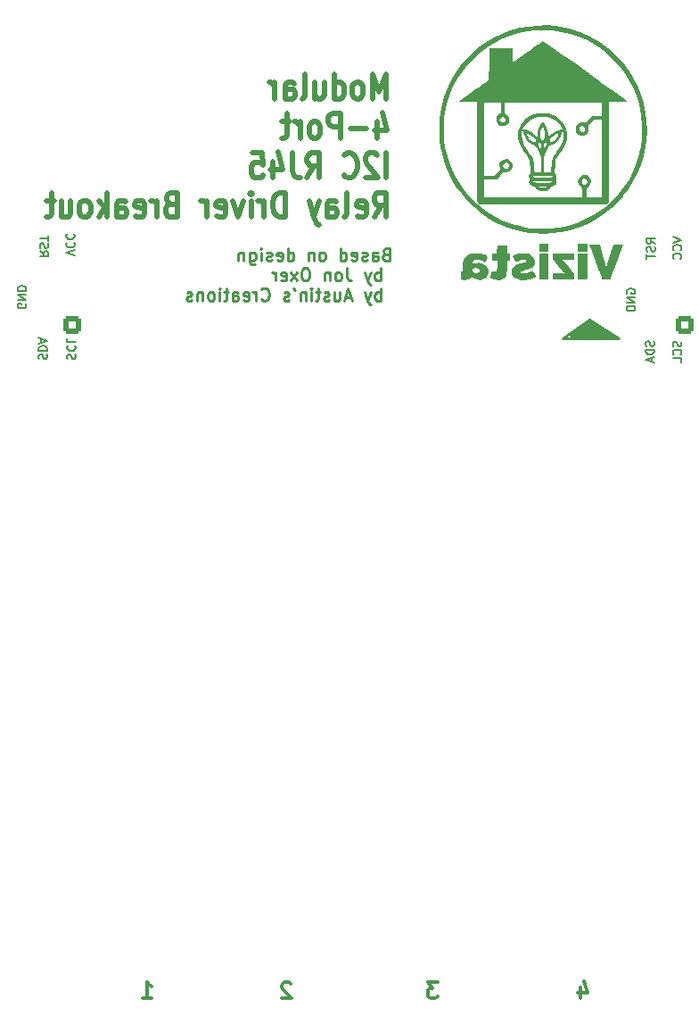
<source format=gbr>
%TF.GenerationSoftware,KiCad,Pcbnew,(6.0.9)*%
%TF.CreationDate,2024-01-30T00:57:56+05:30*%
%TF.ProjectId,Modular-I2C-4PxRJ45-Relay-Driver,4d6f6475-6c61-4722-9d49-32432d345078,2*%
%TF.SameCoordinates,Original*%
%TF.FileFunction,Legend,Bot*%
%TF.FilePolarity,Positive*%
%FSLAX46Y46*%
G04 Gerber Fmt 4.6, Leading zero omitted, Abs format (unit mm)*
G04 Created by KiCad (PCBNEW (6.0.9)) date 2024-01-30 00:57:56*
%MOMM*%
%LPD*%
G01*
G04 APERTURE LIST*
G04 Aperture macros list*
%AMRoundRect*
0 Rectangle with rounded corners*
0 $1 Rounding radius*
0 $2 $3 $4 $5 $6 $7 $8 $9 X,Y pos of 4 corners*
0 Add a 4 corners polygon primitive as box body*
4,1,4,$2,$3,$4,$5,$6,$7,$8,$9,$2,$3,0*
0 Add four circle primitives for the rounded corners*
1,1,$1+$1,$2,$3*
1,1,$1+$1,$4,$5*
1,1,$1+$1,$6,$7*
1,1,$1+$1,$8,$9*
0 Add four rect primitives between the rounded corners*
20,1,$1+$1,$2,$3,$4,$5,0*
20,1,$1+$1,$4,$5,$6,$7,0*
20,1,$1+$1,$6,$7,$8,$9,0*
20,1,$1+$1,$8,$9,$2,$3,0*%
G04 Aperture macros list end*
%ADD10C,0.254000*%
%ADD11C,0.406400*%
%ADD12C,0.300000*%
%ADD13C,0.241808*%
%ADD14C,0.200000*%
%ADD15C,0.476000*%
%ADD16RoundRect,0.250000X0.600000X0.600000X-0.600000X0.600000X-0.600000X-0.600000X0.600000X-0.600000X0*%
%ADD17C,1.700000*%
%ADD18C,3.000000*%
%ADD19C,3.250000*%
%ADD20C,1.500000*%
%ADD21C,2.600000*%
G04 APERTURE END LIST*
D10*
X153688351Y-36130800D02*
X150894351Y-34352800D01*
X153180351Y-35876800D02*
X152926351Y-35876800D01*
X149116351Y-35876800D02*
X150894351Y-34606800D01*
X148354351Y-36130800D02*
X153688351Y-36130800D01*
D11*
X150132351Y-35368800D02*
X151402351Y-35368800D01*
D10*
X150894351Y-34352800D02*
X148354351Y-36130800D01*
D11*
X151402351Y-35368800D02*
X150894351Y-35114800D01*
X152418351Y-35622800D02*
X150894351Y-34860800D01*
D10*
X150894351Y-34606800D02*
X152926351Y-35876800D01*
X152926351Y-35876800D02*
X149116351Y-35876800D01*
D11*
X150894351Y-34860800D02*
X150132351Y-35368800D01*
X149624351Y-35622800D02*
X152418351Y-35622800D01*
D12*
X150021285Y-97661571D02*
X150021285Y-98661571D01*
X150378428Y-97090142D02*
X150735571Y-98161571D01*
X149807000Y-98161571D01*
D13*
X131568200Y-28101870D02*
X131399544Y-28158088D01*
X131343326Y-28214307D01*
X131287107Y-28326744D01*
X131287107Y-28495400D01*
X131343326Y-28607838D01*
X131399544Y-28664056D01*
X131511982Y-28720275D01*
X131961731Y-28720275D01*
X131961731Y-27539683D01*
X131568200Y-27539683D01*
X131455763Y-27595902D01*
X131399544Y-27652120D01*
X131343326Y-27764558D01*
X131343326Y-27876995D01*
X131399544Y-27989432D01*
X131455763Y-28045651D01*
X131568200Y-28101870D01*
X131961731Y-28101870D01*
X130275171Y-28720275D02*
X130275171Y-28101870D01*
X130331390Y-27989432D01*
X130443827Y-27933214D01*
X130668702Y-27933214D01*
X130781139Y-27989432D01*
X130275171Y-28664056D02*
X130387608Y-28720275D01*
X130668702Y-28720275D01*
X130781139Y-28664056D01*
X130837358Y-28551619D01*
X130837358Y-28439182D01*
X130781139Y-28326744D01*
X130668702Y-28270526D01*
X130387608Y-28270526D01*
X130275171Y-28214307D01*
X129769203Y-28664056D02*
X129656766Y-28720275D01*
X129431891Y-28720275D01*
X129319454Y-28664056D01*
X129263235Y-28551619D01*
X129263235Y-28495400D01*
X129319454Y-28382963D01*
X129431891Y-28326744D01*
X129600547Y-28326744D01*
X129712984Y-28270526D01*
X129769203Y-28158088D01*
X129769203Y-28101870D01*
X129712984Y-27989432D01*
X129600547Y-27933214D01*
X129431891Y-27933214D01*
X129319454Y-27989432D01*
X128307518Y-28664056D02*
X128419955Y-28720275D01*
X128644830Y-28720275D01*
X128757267Y-28664056D01*
X128813486Y-28551619D01*
X128813486Y-28101870D01*
X128757267Y-27989432D01*
X128644830Y-27933214D01*
X128419955Y-27933214D01*
X128307518Y-27989432D01*
X128251299Y-28101870D01*
X128251299Y-28214307D01*
X128813486Y-28326744D01*
X127239363Y-28720275D02*
X127239363Y-27539683D01*
X127239363Y-28664056D02*
X127351800Y-28720275D01*
X127576675Y-28720275D01*
X127689112Y-28664056D01*
X127745331Y-28607838D01*
X127801550Y-28495400D01*
X127801550Y-28158088D01*
X127745331Y-28045651D01*
X127689112Y-27989432D01*
X127576675Y-27933214D01*
X127351800Y-27933214D01*
X127239363Y-27989432D01*
X125609022Y-28720275D02*
X125721459Y-28664056D01*
X125777678Y-28607838D01*
X125833896Y-28495400D01*
X125833896Y-28158088D01*
X125777678Y-28045651D01*
X125721459Y-27989432D01*
X125609022Y-27933214D01*
X125440366Y-27933214D01*
X125327928Y-27989432D01*
X125271710Y-28045651D01*
X125215491Y-28158088D01*
X125215491Y-28495400D01*
X125271710Y-28607838D01*
X125327928Y-28664056D01*
X125440366Y-28720275D01*
X125609022Y-28720275D01*
X124709523Y-27933214D02*
X124709523Y-28720275D01*
X124709523Y-28045651D02*
X124653304Y-27989432D01*
X124540867Y-27933214D01*
X124372211Y-27933214D01*
X124259774Y-27989432D01*
X124203555Y-28101870D01*
X124203555Y-28720275D01*
X122235902Y-28720275D02*
X122235902Y-27539683D01*
X122235902Y-28664056D02*
X122348339Y-28720275D01*
X122573214Y-28720275D01*
X122685651Y-28664056D01*
X122741870Y-28607838D01*
X122798088Y-28495400D01*
X122798088Y-28158088D01*
X122741870Y-28045651D01*
X122685651Y-27989432D01*
X122573214Y-27933214D01*
X122348339Y-27933214D01*
X122235902Y-27989432D01*
X121223966Y-28664056D02*
X121336403Y-28720275D01*
X121561278Y-28720275D01*
X121673715Y-28664056D01*
X121729934Y-28551619D01*
X121729934Y-28101870D01*
X121673715Y-27989432D01*
X121561278Y-27933214D01*
X121336403Y-27933214D01*
X121223966Y-27989432D01*
X121167747Y-28101870D01*
X121167747Y-28214307D01*
X121729934Y-28326744D01*
X120717998Y-28664056D02*
X120605560Y-28720275D01*
X120380686Y-28720275D01*
X120268248Y-28664056D01*
X120212030Y-28551619D01*
X120212030Y-28495400D01*
X120268248Y-28382963D01*
X120380686Y-28326744D01*
X120549342Y-28326744D01*
X120661779Y-28270526D01*
X120717998Y-28158088D01*
X120717998Y-28101870D01*
X120661779Y-27989432D01*
X120549342Y-27933214D01*
X120380686Y-27933214D01*
X120268248Y-27989432D01*
X119706062Y-28720275D02*
X119706062Y-27933214D01*
X119706062Y-27539683D02*
X119762280Y-27595902D01*
X119706062Y-27652120D01*
X119649843Y-27595902D01*
X119706062Y-27539683D01*
X119706062Y-27652120D01*
X118637907Y-27933214D02*
X118637907Y-28888931D01*
X118694126Y-29001368D01*
X118750344Y-29057587D01*
X118862782Y-29113806D01*
X119031438Y-29113806D01*
X119143875Y-29057587D01*
X118637907Y-28664056D02*
X118750344Y-28720275D01*
X118975219Y-28720275D01*
X119087656Y-28664056D01*
X119143875Y-28607838D01*
X119200094Y-28495400D01*
X119200094Y-28158088D01*
X119143875Y-28045651D01*
X119087656Y-27989432D01*
X118975219Y-27933214D01*
X118750344Y-27933214D01*
X118637907Y-27989432D01*
X118075720Y-27933214D02*
X118075720Y-28720275D01*
X118075720Y-28045651D02*
X118019502Y-27989432D01*
X117907064Y-27933214D01*
X117738408Y-27933214D01*
X117625971Y-27989432D01*
X117569752Y-28101870D01*
X117569752Y-28720275D01*
X131062232Y-30621028D02*
X131062232Y-29440436D01*
X131062232Y-29890185D02*
X130949795Y-29833967D01*
X130724920Y-29833967D01*
X130612483Y-29890185D01*
X130556264Y-29946404D01*
X130500046Y-30058841D01*
X130500046Y-30396153D01*
X130556264Y-30508591D01*
X130612483Y-30564809D01*
X130724920Y-30621028D01*
X130949795Y-30621028D01*
X131062232Y-30564809D01*
X130106515Y-29833967D02*
X129825422Y-30621028D01*
X129544328Y-29833967D02*
X129825422Y-30621028D01*
X129937859Y-30902121D01*
X129994078Y-30958340D01*
X130106515Y-31014559D01*
X127857768Y-29440436D02*
X127857768Y-30283716D01*
X127913987Y-30452372D01*
X128026424Y-30564809D01*
X128195080Y-30621028D01*
X128307518Y-30621028D01*
X127126926Y-30621028D02*
X127239363Y-30564809D01*
X127295582Y-30508591D01*
X127351800Y-30396153D01*
X127351800Y-30058841D01*
X127295582Y-29946404D01*
X127239363Y-29890185D01*
X127126926Y-29833967D01*
X126958270Y-29833967D01*
X126845832Y-29890185D01*
X126789614Y-29946404D01*
X126733395Y-30058841D01*
X126733395Y-30396153D01*
X126789614Y-30508591D01*
X126845832Y-30564809D01*
X126958270Y-30621028D01*
X127126926Y-30621028D01*
X126227427Y-29833967D02*
X126227427Y-30621028D01*
X126227427Y-29946404D02*
X126171208Y-29890185D01*
X126058771Y-29833967D01*
X125890115Y-29833967D01*
X125777678Y-29890185D01*
X125721459Y-30002623D01*
X125721459Y-30621028D01*
X124034899Y-29440436D02*
X123810024Y-29440436D01*
X123697587Y-29496655D01*
X123585150Y-29609092D01*
X123528931Y-29833967D01*
X123528931Y-30227497D01*
X123585150Y-30452372D01*
X123697587Y-30564809D01*
X123810024Y-30621028D01*
X124034899Y-30621028D01*
X124147336Y-30564809D01*
X124259774Y-30452372D01*
X124315992Y-30227497D01*
X124315992Y-29833967D01*
X124259774Y-29609092D01*
X124147336Y-29496655D01*
X124034899Y-29440436D01*
X123135400Y-30621028D02*
X122516995Y-29833967D01*
X123135400Y-29833967D02*
X122516995Y-30621028D01*
X121617496Y-30564809D02*
X121729934Y-30621028D01*
X121954808Y-30621028D01*
X122067246Y-30564809D01*
X122123464Y-30452372D01*
X122123464Y-30002623D01*
X122067246Y-29890185D01*
X121954808Y-29833967D01*
X121729934Y-29833967D01*
X121617496Y-29890185D01*
X121561278Y-30002623D01*
X121561278Y-30115060D01*
X122123464Y-30227497D01*
X121055310Y-30621028D02*
X121055310Y-29833967D01*
X121055310Y-30058841D02*
X120999091Y-29946404D01*
X120942872Y-29890185D01*
X120830435Y-29833967D01*
X120717998Y-29833967D01*
X131062232Y-32521781D02*
X131062232Y-31341189D01*
X131062232Y-31790938D02*
X130949795Y-31734720D01*
X130724920Y-31734720D01*
X130612483Y-31790938D01*
X130556264Y-31847157D01*
X130500046Y-31959594D01*
X130500046Y-32296906D01*
X130556264Y-32409344D01*
X130612483Y-32465562D01*
X130724920Y-32521781D01*
X130949795Y-32521781D01*
X131062232Y-32465562D01*
X130106515Y-31734720D02*
X129825422Y-32521781D01*
X129544328Y-31734720D02*
X129825422Y-32521781D01*
X129937859Y-32802874D01*
X129994078Y-32859093D01*
X130106515Y-32915312D01*
X128251299Y-32184469D02*
X127689112Y-32184469D01*
X128363736Y-32521781D02*
X127970206Y-31341189D01*
X127576675Y-32521781D01*
X126677176Y-31734720D02*
X126677176Y-32521781D01*
X127183144Y-31734720D02*
X127183144Y-32353125D01*
X127126926Y-32465562D01*
X127014488Y-32521781D01*
X126845832Y-32521781D01*
X126733395Y-32465562D01*
X126677176Y-32409344D01*
X126171208Y-32465562D02*
X126058771Y-32521781D01*
X125833896Y-32521781D01*
X125721459Y-32465562D01*
X125665240Y-32353125D01*
X125665240Y-32296906D01*
X125721459Y-32184469D01*
X125833896Y-32128250D01*
X126002552Y-32128250D01*
X126114990Y-32072032D01*
X126171208Y-31959594D01*
X126171208Y-31903376D01*
X126114990Y-31790938D01*
X126002552Y-31734720D01*
X125833896Y-31734720D01*
X125721459Y-31790938D01*
X125327928Y-31734720D02*
X124878179Y-31734720D01*
X125159272Y-31341189D02*
X125159272Y-32353125D01*
X125103054Y-32465562D01*
X124990616Y-32521781D01*
X124878179Y-32521781D01*
X124484648Y-32521781D02*
X124484648Y-31734720D01*
X124484648Y-31341189D02*
X124540867Y-31397408D01*
X124484648Y-31453626D01*
X124428430Y-31397408D01*
X124484648Y-31341189D01*
X124484648Y-31453626D01*
X123922462Y-31734720D02*
X123922462Y-32521781D01*
X123922462Y-31847157D02*
X123866243Y-31790938D01*
X123753806Y-31734720D01*
X123585150Y-31734720D01*
X123472712Y-31790938D01*
X123416494Y-31903376D01*
X123416494Y-32521781D01*
X122798088Y-31341189D02*
X122910526Y-31566064D01*
X122348339Y-32465562D02*
X122235902Y-32521781D01*
X122011027Y-32521781D01*
X121898590Y-32465562D01*
X121842371Y-32353125D01*
X121842371Y-32296906D01*
X121898590Y-32184469D01*
X122011027Y-32128250D01*
X122179683Y-32128250D01*
X122292120Y-32072032D01*
X122348339Y-31959594D01*
X122348339Y-31903376D01*
X122292120Y-31790938D01*
X122179683Y-31734720D01*
X122011027Y-31734720D01*
X121898590Y-31790938D01*
X119762280Y-32409344D02*
X119818499Y-32465562D01*
X119987155Y-32521781D01*
X120099592Y-32521781D01*
X120268248Y-32465562D01*
X120380686Y-32353125D01*
X120436904Y-32240688D01*
X120493123Y-32015813D01*
X120493123Y-31847157D01*
X120436904Y-31622282D01*
X120380686Y-31509845D01*
X120268248Y-31397408D01*
X120099592Y-31341189D01*
X119987155Y-31341189D01*
X119818499Y-31397408D01*
X119762280Y-31453626D01*
X119256312Y-32521781D02*
X119256312Y-31734720D01*
X119256312Y-31959594D02*
X119200094Y-31847157D01*
X119143875Y-31790938D01*
X119031438Y-31734720D01*
X118919000Y-31734720D01*
X118075720Y-32465562D02*
X118188158Y-32521781D01*
X118413032Y-32521781D01*
X118525470Y-32465562D01*
X118581688Y-32353125D01*
X118581688Y-31903376D01*
X118525470Y-31790938D01*
X118413032Y-31734720D01*
X118188158Y-31734720D01*
X118075720Y-31790938D01*
X118019502Y-31903376D01*
X118019502Y-32015813D01*
X118581688Y-32128250D01*
X117007566Y-32521781D02*
X117007566Y-31903376D01*
X117063784Y-31790938D01*
X117176222Y-31734720D01*
X117401096Y-31734720D01*
X117513534Y-31790938D01*
X117007566Y-32465562D02*
X117120003Y-32521781D01*
X117401096Y-32521781D01*
X117513534Y-32465562D01*
X117569752Y-32353125D01*
X117569752Y-32240688D01*
X117513534Y-32128250D01*
X117401096Y-32072032D01*
X117120003Y-32072032D01*
X117007566Y-32015813D01*
X116614035Y-31734720D02*
X116164286Y-31734720D01*
X116445379Y-31341189D02*
X116445379Y-32353125D01*
X116389160Y-32465562D01*
X116276723Y-32521781D01*
X116164286Y-32521781D01*
X115770755Y-32521781D02*
X115770755Y-31734720D01*
X115770755Y-31341189D02*
X115826974Y-31397408D01*
X115770755Y-31453626D01*
X115714536Y-31397408D01*
X115770755Y-31341189D01*
X115770755Y-31453626D01*
X115039912Y-32521781D02*
X115152350Y-32465562D01*
X115208568Y-32409344D01*
X115264787Y-32296906D01*
X115264787Y-31959594D01*
X115208568Y-31847157D01*
X115152350Y-31790938D01*
X115039912Y-31734720D01*
X114871256Y-31734720D01*
X114758819Y-31790938D01*
X114702600Y-31847157D01*
X114646382Y-31959594D01*
X114646382Y-32296906D01*
X114702600Y-32409344D01*
X114758819Y-32465562D01*
X114871256Y-32521781D01*
X115039912Y-32521781D01*
X114140414Y-31734720D02*
X114140414Y-32521781D01*
X114140414Y-31847157D02*
X114084195Y-31790938D01*
X113971758Y-31734720D01*
X113803102Y-31734720D01*
X113690664Y-31790938D01*
X113634446Y-31903376D01*
X113634446Y-32521781D01*
X113128478Y-32465562D02*
X113016040Y-32521781D01*
X112791166Y-32521781D01*
X112678728Y-32465562D01*
X112622510Y-32353125D01*
X112622510Y-32296906D01*
X112678728Y-32184469D01*
X112791166Y-32128250D01*
X112959822Y-32128250D01*
X113072259Y-32072032D01*
X113128478Y-31959594D01*
X113128478Y-31903376D01*
X113072259Y-31790938D01*
X112959822Y-31734720D01*
X112791166Y-31734720D01*
X112678728Y-31790938D01*
D14*
X102005095Y-28263666D02*
X101205095Y-27997000D01*
X102005095Y-27730333D01*
X101281285Y-27006523D02*
X101243190Y-27044619D01*
X101205095Y-27158904D01*
X101205095Y-27235095D01*
X101243190Y-27349380D01*
X101319380Y-27425571D01*
X101395571Y-27463666D01*
X101547952Y-27501761D01*
X101662238Y-27501761D01*
X101814619Y-27463666D01*
X101890809Y-27425571D01*
X101967000Y-27349380D01*
X102005095Y-27235095D01*
X102005095Y-27158904D01*
X101967000Y-27044619D01*
X101928904Y-27006523D01*
X101281285Y-26206523D02*
X101243190Y-26244619D01*
X101205095Y-26358904D01*
X101205095Y-26435095D01*
X101243190Y-26549380D01*
X101319380Y-26625571D01*
X101395571Y-26663666D01*
X101547952Y-26701761D01*
X101662238Y-26701761D01*
X101814619Y-26663666D01*
X101890809Y-26625571D01*
X101967000Y-26549380D01*
X102005095Y-26435095D01*
X102005095Y-26358904D01*
X101967000Y-26244619D01*
X101928904Y-26206523D01*
D15*
X131614409Y-13368413D02*
X131614409Y-11044413D01*
X130947742Y-12704413D01*
X130281076Y-11044413D01*
X130281076Y-13368413D01*
X129042980Y-13368413D02*
X129233457Y-13257746D01*
X129328695Y-13147080D01*
X129423933Y-12925746D01*
X129423933Y-12261746D01*
X129328695Y-12040413D01*
X129233457Y-11929746D01*
X129042980Y-11819080D01*
X128757266Y-11819080D01*
X128566790Y-11929746D01*
X128471552Y-12040413D01*
X128376314Y-12261746D01*
X128376314Y-12925746D01*
X128471552Y-13147080D01*
X128566790Y-13257746D01*
X128757266Y-13368413D01*
X129042980Y-13368413D01*
X126662028Y-13368413D02*
X126662028Y-11044413D01*
X126662028Y-13257746D02*
X126852504Y-13368413D01*
X127233457Y-13368413D01*
X127423933Y-13257746D01*
X127519171Y-13147080D01*
X127614409Y-12925746D01*
X127614409Y-12261746D01*
X127519171Y-12040413D01*
X127423933Y-11929746D01*
X127233457Y-11819080D01*
X126852504Y-11819080D01*
X126662028Y-11929746D01*
X124852504Y-11819080D02*
X124852504Y-13368413D01*
X125709647Y-11819080D02*
X125709647Y-13036413D01*
X125614409Y-13257746D01*
X125423933Y-13368413D01*
X125138219Y-13368413D01*
X124947742Y-13257746D01*
X124852504Y-13147080D01*
X123614409Y-13368413D02*
X123804885Y-13257746D01*
X123900123Y-13036413D01*
X123900123Y-11044413D01*
X121995361Y-13368413D02*
X121995361Y-12151080D01*
X122090600Y-11929746D01*
X122281076Y-11819080D01*
X122662028Y-11819080D01*
X122852504Y-11929746D01*
X121995361Y-13257746D02*
X122185838Y-13368413D01*
X122662028Y-13368413D01*
X122852504Y-13257746D01*
X122947742Y-13036413D01*
X122947742Y-12815080D01*
X122852504Y-12593746D01*
X122662028Y-12483080D01*
X122185838Y-12483080D01*
X121995361Y-12372413D01*
X121042980Y-13368413D02*
X121042980Y-11819080D01*
X121042980Y-12261746D02*
X120947742Y-12040413D01*
X120852504Y-11929746D01*
X120662028Y-11819080D01*
X120471552Y-11819080D01*
X130757266Y-15560720D02*
X130757266Y-17110053D01*
X131233457Y-14675386D02*
X131709647Y-16335386D01*
X130471552Y-16335386D01*
X129709647Y-16224720D02*
X128185838Y-16224720D01*
X127233457Y-17110053D02*
X127233457Y-14786053D01*
X126471552Y-14786053D01*
X126281076Y-14896720D01*
X126185838Y-15007386D01*
X126090600Y-15228720D01*
X126090600Y-15560720D01*
X126185838Y-15782053D01*
X126281076Y-15892720D01*
X126471552Y-16003386D01*
X127233457Y-16003386D01*
X124947742Y-17110053D02*
X125138219Y-16999386D01*
X125233457Y-16888720D01*
X125328695Y-16667386D01*
X125328695Y-16003386D01*
X125233457Y-15782053D01*
X125138219Y-15671386D01*
X124947742Y-15560720D01*
X124662028Y-15560720D01*
X124471552Y-15671386D01*
X124376314Y-15782053D01*
X124281076Y-16003386D01*
X124281076Y-16667386D01*
X124376314Y-16888720D01*
X124471552Y-16999386D01*
X124662028Y-17110053D01*
X124947742Y-17110053D01*
X123423933Y-17110053D02*
X123423933Y-15560720D01*
X123423933Y-16003386D02*
X123328695Y-15782053D01*
X123233457Y-15671386D01*
X123042980Y-15560720D01*
X122852504Y-15560720D01*
X122471552Y-15560720D02*
X121709647Y-15560720D01*
X122185838Y-14786053D02*
X122185838Y-16778053D01*
X122090600Y-16999386D01*
X121900123Y-17110053D01*
X121709647Y-17110053D01*
X131614409Y-20851693D02*
X131614409Y-18527693D01*
X130757266Y-18749026D02*
X130662028Y-18638360D01*
X130471552Y-18527693D01*
X129995361Y-18527693D01*
X129804885Y-18638360D01*
X129709647Y-18749026D01*
X129614409Y-18970360D01*
X129614409Y-19191693D01*
X129709647Y-19523693D01*
X130852504Y-20851693D01*
X129614409Y-20851693D01*
X127614409Y-20630360D02*
X127709647Y-20741026D01*
X127995361Y-20851693D01*
X128185838Y-20851693D01*
X128471552Y-20741026D01*
X128662028Y-20519693D01*
X128757266Y-20298360D01*
X128852504Y-19855693D01*
X128852504Y-19523693D01*
X128757266Y-19081026D01*
X128662028Y-18859693D01*
X128471552Y-18638360D01*
X128185838Y-18527693D01*
X127995361Y-18527693D01*
X127709647Y-18638360D01*
X127614409Y-18749026D01*
X124090600Y-20851693D02*
X124757266Y-19745026D01*
X125233457Y-20851693D02*
X125233457Y-18527693D01*
X124471552Y-18527693D01*
X124281076Y-18638360D01*
X124185838Y-18749026D01*
X124090600Y-18970360D01*
X124090600Y-19302360D01*
X124185838Y-19523693D01*
X124281076Y-19634360D01*
X124471552Y-19745026D01*
X125233457Y-19745026D01*
X122662028Y-18527693D02*
X122662028Y-20187693D01*
X122757266Y-20519693D01*
X122947742Y-20741026D01*
X123233457Y-20851693D01*
X123423933Y-20851693D01*
X120852504Y-19302360D02*
X120852504Y-20851693D01*
X121328695Y-18417026D02*
X121804885Y-20077026D01*
X120566790Y-20077026D01*
X118852504Y-18527693D02*
X119804885Y-18527693D01*
X119900123Y-19634360D01*
X119804885Y-19523693D01*
X119614409Y-19413026D01*
X119138219Y-19413026D01*
X118947742Y-19523693D01*
X118852504Y-19634360D01*
X118757266Y-19855693D01*
X118757266Y-20409026D01*
X118852504Y-20630360D01*
X118947742Y-20741026D01*
X119138219Y-20851693D01*
X119614409Y-20851693D01*
X119804885Y-20741026D01*
X119900123Y-20630360D01*
X130471552Y-24593333D02*
X131138219Y-23486666D01*
X131614409Y-24593333D02*
X131614409Y-22269333D01*
X130852504Y-22269333D01*
X130662028Y-22380000D01*
X130566790Y-22490666D01*
X130471552Y-22712000D01*
X130471552Y-23044000D01*
X130566790Y-23265333D01*
X130662028Y-23376000D01*
X130852504Y-23486666D01*
X131614409Y-23486666D01*
X128852504Y-24482666D02*
X129042980Y-24593333D01*
X129423933Y-24593333D01*
X129614409Y-24482666D01*
X129709647Y-24261333D01*
X129709647Y-23376000D01*
X129614409Y-23154666D01*
X129423933Y-23044000D01*
X129042980Y-23044000D01*
X128852504Y-23154666D01*
X128757266Y-23376000D01*
X128757266Y-23597333D01*
X129709647Y-23818666D01*
X127614409Y-24593333D02*
X127804885Y-24482666D01*
X127900123Y-24261333D01*
X127900123Y-22269333D01*
X125995361Y-24593333D02*
X125995361Y-23376000D01*
X126090600Y-23154666D01*
X126281076Y-23044000D01*
X126662028Y-23044000D01*
X126852504Y-23154666D01*
X125995361Y-24482666D02*
X126185838Y-24593333D01*
X126662028Y-24593333D01*
X126852504Y-24482666D01*
X126947742Y-24261333D01*
X126947742Y-24040000D01*
X126852504Y-23818666D01*
X126662028Y-23708000D01*
X126185838Y-23708000D01*
X125995361Y-23597333D01*
X125233457Y-23044000D02*
X124757266Y-24593333D01*
X124281076Y-23044000D02*
X124757266Y-24593333D01*
X124947742Y-25146666D01*
X125042980Y-25257333D01*
X125233457Y-25368000D01*
X121995361Y-24593333D02*
X121995361Y-22269333D01*
X121519171Y-22269333D01*
X121233457Y-22380000D01*
X121042980Y-22601333D01*
X120947742Y-22822666D01*
X120852504Y-23265333D01*
X120852504Y-23597333D01*
X120947742Y-24040000D01*
X121042980Y-24261333D01*
X121233457Y-24482666D01*
X121519171Y-24593333D01*
X121995361Y-24593333D01*
X119995361Y-24593333D02*
X119995361Y-23044000D01*
X119995361Y-23486666D02*
X119900123Y-23265333D01*
X119804885Y-23154666D01*
X119614409Y-23044000D01*
X119423933Y-23044000D01*
X118757266Y-24593333D02*
X118757266Y-23044000D01*
X118757266Y-22269333D02*
X118852504Y-22380000D01*
X118757266Y-22490666D01*
X118662028Y-22380000D01*
X118757266Y-22269333D01*
X118757266Y-22490666D01*
X117995361Y-23044000D02*
X117519171Y-24593333D01*
X117042980Y-23044000D01*
X115519171Y-24482666D02*
X115709647Y-24593333D01*
X116090600Y-24593333D01*
X116281076Y-24482666D01*
X116376314Y-24261333D01*
X116376314Y-23376000D01*
X116281076Y-23154666D01*
X116090600Y-23044000D01*
X115709647Y-23044000D01*
X115519171Y-23154666D01*
X115423933Y-23376000D01*
X115423933Y-23597333D01*
X116376314Y-23818666D01*
X114566790Y-24593333D02*
X114566790Y-23044000D01*
X114566790Y-23486666D02*
X114471552Y-23265333D01*
X114376314Y-23154666D01*
X114185838Y-23044000D01*
X113995361Y-23044000D01*
X111138219Y-23376000D02*
X110852504Y-23486666D01*
X110757266Y-23597333D01*
X110662028Y-23818666D01*
X110662028Y-24150666D01*
X110757266Y-24372000D01*
X110852504Y-24482666D01*
X111042980Y-24593333D01*
X111804885Y-24593333D01*
X111804885Y-22269333D01*
X111138219Y-22269333D01*
X110947742Y-22380000D01*
X110852504Y-22490666D01*
X110757266Y-22712000D01*
X110757266Y-22933333D01*
X110852504Y-23154666D01*
X110947742Y-23265333D01*
X111138219Y-23376000D01*
X111804885Y-23376000D01*
X109804885Y-24593333D02*
X109804885Y-23044000D01*
X109804885Y-23486666D02*
X109709647Y-23265333D01*
X109614409Y-23154666D01*
X109423933Y-23044000D01*
X109233457Y-23044000D01*
X107804885Y-24482666D02*
X107995361Y-24593333D01*
X108376314Y-24593333D01*
X108566790Y-24482666D01*
X108662028Y-24261333D01*
X108662028Y-23376000D01*
X108566790Y-23154666D01*
X108376314Y-23044000D01*
X107995361Y-23044000D01*
X107804885Y-23154666D01*
X107709647Y-23376000D01*
X107709647Y-23597333D01*
X108662028Y-23818666D01*
X105995361Y-24593333D02*
X105995361Y-23376000D01*
X106090600Y-23154666D01*
X106281076Y-23044000D01*
X106662028Y-23044000D01*
X106852504Y-23154666D01*
X105995361Y-24482666D02*
X106185838Y-24593333D01*
X106662028Y-24593333D01*
X106852504Y-24482666D01*
X106947742Y-24261333D01*
X106947742Y-24040000D01*
X106852504Y-23818666D01*
X106662028Y-23708000D01*
X106185838Y-23708000D01*
X105995361Y-23597333D01*
X105042980Y-24593333D02*
X105042980Y-22269333D01*
X104852504Y-23708000D02*
X104281076Y-24593333D01*
X104281076Y-23044000D02*
X105042980Y-23929333D01*
X103138219Y-24593333D02*
X103328695Y-24482666D01*
X103423933Y-24372000D01*
X103519171Y-24150666D01*
X103519171Y-23486666D01*
X103423933Y-23265333D01*
X103328695Y-23154666D01*
X103138219Y-23044000D01*
X102852504Y-23044000D01*
X102662028Y-23154666D01*
X102566790Y-23265333D01*
X102471552Y-23486666D01*
X102471552Y-24150666D01*
X102566790Y-24372000D01*
X102662028Y-24482666D01*
X102852504Y-24593333D01*
X103138219Y-24593333D01*
X100757266Y-23044000D02*
X100757266Y-24593333D01*
X101614409Y-23044000D02*
X101614409Y-24261333D01*
X101519171Y-24482666D01*
X101328695Y-24593333D01*
X101042980Y-24593333D01*
X100852504Y-24482666D01*
X100757266Y-24372000D01*
X100090600Y-23044000D02*
X99328695Y-23044000D01*
X99804885Y-22269333D02*
X99804885Y-24261333D01*
X99709647Y-24482666D01*
X99519171Y-24593333D01*
X99328695Y-24593333D01*
D14*
X98705095Y-27835095D02*
X99086047Y-28101761D01*
X98705095Y-28292238D02*
X99505095Y-28292238D01*
X99505095Y-27987476D01*
X99467000Y-27911285D01*
X99428904Y-27873190D01*
X99352714Y-27835095D01*
X99238428Y-27835095D01*
X99162238Y-27873190D01*
X99124142Y-27911285D01*
X99086047Y-27987476D01*
X99086047Y-28292238D01*
X98743190Y-27530333D02*
X98705095Y-27416047D01*
X98705095Y-27225571D01*
X98743190Y-27149380D01*
X98781285Y-27111285D01*
X98857476Y-27073190D01*
X98933666Y-27073190D01*
X99009857Y-27111285D01*
X99047952Y-27149380D01*
X99086047Y-27225571D01*
X99124142Y-27377952D01*
X99162238Y-27454142D01*
X99200333Y-27492238D01*
X99276523Y-27530333D01*
X99352714Y-27530333D01*
X99428904Y-27492238D01*
X99467000Y-27454142D01*
X99505095Y-27377952D01*
X99505095Y-27187476D01*
X99467000Y-27073190D01*
X99505095Y-26844619D02*
X99505095Y-26387476D01*
X98705095Y-26616047D02*
X99505095Y-26616047D01*
X157140904Y-27112904D02*
X156759952Y-26846238D01*
X157140904Y-26655761D02*
X156340904Y-26655761D01*
X156340904Y-26960523D01*
X156379000Y-27036714D01*
X156417095Y-27074809D01*
X156493285Y-27112904D01*
X156607571Y-27112904D01*
X156683761Y-27074809D01*
X156721857Y-27036714D01*
X156759952Y-26960523D01*
X156759952Y-26655761D01*
X157102809Y-27417666D02*
X157140904Y-27531952D01*
X157140904Y-27722428D01*
X157102809Y-27798619D01*
X157064714Y-27836714D01*
X156988523Y-27874809D01*
X156912333Y-27874809D01*
X156836142Y-27836714D01*
X156798047Y-27798619D01*
X156759952Y-27722428D01*
X156721857Y-27570047D01*
X156683761Y-27493857D01*
X156645666Y-27455761D01*
X156569476Y-27417666D01*
X156493285Y-27417666D01*
X156417095Y-27455761D01*
X156379000Y-27493857D01*
X156340904Y-27570047D01*
X156340904Y-27760523D01*
X156379000Y-27874809D01*
X156340904Y-28103380D02*
X156340904Y-28560523D01*
X157140904Y-28331952D02*
X156340904Y-28331952D01*
X97367000Y-32806523D02*
X97405095Y-32882714D01*
X97405095Y-32997000D01*
X97367000Y-33111285D01*
X97290809Y-33187476D01*
X97214619Y-33225571D01*
X97062238Y-33263666D01*
X96947952Y-33263666D01*
X96795571Y-33225571D01*
X96719380Y-33187476D01*
X96643190Y-33111285D01*
X96605095Y-32997000D01*
X96605095Y-32920809D01*
X96643190Y-32806523D01*
X96681285Y-32768428D01*
X96947952Y-32768428D01*
X96947952Y-32920809D01*
X96605095Y-32425571D02*
X97405095Y-32425571D01*
X96605095Y-31968428D01*
X97405095Y-31968428D01*
X96605095Y-31587476D02*
X97405095Y-31587476D01*
X97405095Y-31397000D01*
X97367000Y-31282714D01*
X97290809Y-31206523D01*
X97214619Y-31168428D01*
X97062238Y-31130333D01*
X96947952Y-31130333D01*
X96795571Y-31168428D01*
X96719380Y-31206523D01*
X96643190Y-31282714D01*
X96605095Y-31397000D01*
X96605095Y-31587476D01*
X98643190Y-38068428D02*
X98605095Y-37954142D01*
X98605095Y-37763666D01*
X98643190Y-37687476D01*
X98681285Y-37649380D01*
X98757476Y-37611285D01*
X98833666Y-37611285D01*
X98909857Y-37649380D01*
X98947952Y-37687476D01*
X98986047Y-37763666D01*
X99024142Y-37916047D01*
X99062238Y-37992238D01*
X99100333Y-38030333D01*
X99176523Y-38068428D01*
X99252714Y-38068428D01*
X99328904Y-38030333D01*
X99367000Y-37992238D01*
X99405095Y-37916047D01*
X99405095Y-37725571D01*
X99367000Y-37611285D01*
X98605095Y-37268428D02*
X99405095Y-37268428D01*
X99405095Y-37077952D01*
X99367000Y-36963666D01*
X99290809Y-36887476D01*
X99214619Y-36849380D01*
X99062238Y-36811285D01*
X98947952Y-36811285D01*
X98795571Y-36849380D01*
X98719380Y-36887476D01*
X98643190Y-36963666D01*
X98605095Y-37077952D01*
X98605095Y-37268428D01*
X98833666Y-36506523D02*
X98833666Y-36125571D01*
X98605095Y-36582714D02*
X99405095Y-36316047D01*
X98605095Y-36049380D01*
D12*
X122541571Y-97304428D02*
X122470142Y-97233000D01*
X122327285Y-97161571D01*
X121970142Y-97161571D01*
X121827285Y-97233000D01*
X121755857Y-97304428D01*
X121684428Y-97447285D01*
X121684428Y-97590142D01*
X121755857Y-97804428D01*
X122613000Y-98661571D01*
X121684428Y-98661571D01*
D14*
X101343190Y-38049380D02*
X101305095Y-37935095D01*
X101305095Y-37744619D01*
X101343190Y-37668428D01*
X101381285Y-37630333D01*
X101457476Y-37592238D01*
X101533666Y-37592238D01*
X101609857Y-37630333D01*
X101647952Y-37668428D01*
X101686047Y-37744619D01*
X101724142Y-37897000D01*
X101762238Y-37973190D01*
X101800333Y-38011285D01*
X101876523Y-38049380D01*
X101952714Y-38049380D01*
X102028904Y-38011285D01*
X102067000Y-37973190D01*
X102105095Y-37897000D01*
X102105095Y-37706523D01*
X102067000Y-37592238D01*
X101381285Y-36792238D02*
X101343190Y-36830333D01*
X101305095Y-36944619D01*
X101305095Y-37020809D01*
X101343190Y-37135095D01*
X101419380Y-37211285D01*
X101495571Y-37249380D01*
X101647952Y-37287476D01*
X101762238Y-37287476D01*
X101914619Y-37249380D01*
X101990809Y-37211285D01*
X102067000Y-37135095D01*
X102105095Y-37020809D01*
X102105095Y-36944619D01*
X102067000Y-36830333D01*
X102028904Y-36792238D01*
X101305095Y-36068428D02*
X101305095Y-36449380D01*
X102105095Y-36449380D01*
X159602809Y-36398619D02*
X159640904Y-36512904D01*
X159640904Y-36703380D01*
X159602809Y-36779571D01*
X159564714Y-36817666D01*
X159488523Y-36855761D01*
X159412333Y-36855761D01*
X159336142Y-36817666D01*
X159298047Y-36779571D01*
X159259952Y-36703380D01*
X159221857Y-36551000D01*
X159183761Y-36474809D01*
X159145666Y-36436714D01*
X159069476Y-36398619D01*
X158993285Y-36398619D01*
X158917095Y-36436714D01*
X158879000Y-36474809D01*
X158840904Y-36551000D01*
X158840904Y-36741476D01*
X158879000Y-36855761D01*
X159564714Y-37655761D02*
X159602809Y-37617666D01*
X159640904Y-37503380D01*
X159640904Y-37427190D01*
X159602809Y-37312904D01*
X159526619Y-37236714D01*
X159450428Y-37198619D01*
X159298047Y-37160523D01*
X159183761Y-37160523D01*
X159031380Y-37198619D01*
X158955190Y-37236714D01*
X158879000Y-37312904D01*
X158840904Y-37427190D01*
X158840904Y-37503380D01*
X158879000Y-37617666D01*
X158917095Y-37655761D01*
X159640904Y-38379571D02*
X159640904Y-37998619D01*
X158840904Y-37998619D01*
D12*
X108476428Y-98661571D02*
X109333571Y-98661571D01*
X108905000Y-98661571D02*
X108905000Y-97161571D01*
X109047857Y-97375857D01*
X109190714Y-97518714D01*
X109333571Y-97590142D01*
D14*
X157002809Y-36379571D02*
X157040904Y-36493857D01*
X157040904Y-36684333D01*
X157002809Y-36760523D01*
X156964714Y-36798619D01*
X156888523Y-36836714D01*
X156812333Y-36836714D01*
X156736142Y-36798619D01*
X156698047Y-36760523D01*
X156659952Y-36684333D01*
X156621857Y-36531952D01*
X156583761Y-36455761D01*
X156545666Y-36417666D01*
X156469476Y-36379571D01*
X156393285Y-36379571D01*
X156317095Y-36417666D01*
X156279000Y-36455761D01*
X156240904Y-36531952D01*
X156240904Y-36722428D01*
X156279000Y-36836714D01*
X157040904Y-37179571D02*
X156240904Y-37179571D01*
X156240904Y-37370047D01*
X156279000Y-37484333D01*
X156355190Y-37560523D01*
X156431380Y-37598619D01*
X156583761Y-37636714D01*
X156698047Y-37636714D01*
X156850428Y-37598619D01*
X156926619Y-37560523D01*
X157002809Y-37484333D01*
X157040904Y-37370047D01*
X157040904Y-37179571D01*
X156812333Y-37941476D02*
X156812333Y-38322428D01*
X157040904Y-37865285D02*
X156240904Y-38131952D01*
X157040904Y-38398619D01*
D12*
X136456000Y-97161571D02*
X135527428Y-97161571D01*
X136027428Y-97733000D01*
X135813142Y-97733000D01*
X135670285Y-97804428D01*
X135598857Y-97875857D01*
X135527428Y-98018714D01*
X135527428Y-98375857D01*
X135598857Y-98518714D01*
X135670285Y-98590142D01*
X135813142Y-98661571D01*
X136241714Y-98661571D01*
X136384571Y-98590142D01*
X136456000Y-98518714D01*
D14*
X154479000Y-31841476D02*
X154440904Y-31765285D01*
X154440904Y-31651000D01*
X154479000Y-31536714D01*
X154555190Y-31460523D01*
X154631380Y-31422428D01*
X154783761Y-31384333D01*
X154898047Y-31384333D01*
X155050428Y-31422428D01*
X155126619Y-31460523D01*
X155202809Y-31536714D01*
X155240904Y-31651000D01*
X155240904Y-31727190D01*
X155202809Y-31841476D01*
X155164714Y-31879571D01*
X154898047Y-31879571D01*
X154898047Y-31727190D01*
X155240904Y-32222428D02*
X154440904Y-32222428D01*
X155240904Y-32679571D01*
X154440904Y-32679571D01*
X155240904Y-33060523D02*
X154440904Y-33060523D01*
X154440904Y-33251000D01*
X154479000Y-33365285D01*
X154555190Y-33441476D01*
X154631380Y-33479571D01*
X154783761Y-33517666D01*
X154898047Y-33517666D01*
X155050428Y-33479571D01*
X155126619Y-33441476D01*
X155202809Y-33365285D01*
X155240904Y-33251000D01*
X155240904Y-33060523D01*
X158840904Y-26484333D02*
X159640904Y-26751000D01*
X158840904Y-27017666D01*
X159564714Y-27741476D02*
X159602809Y-27703380D01*
X159640904Y-27589095D01*
X159640904Y-27512904D01*
X159602809Y-27398619D01*
X159526619Y-27322428D01*
X159450428Y-27284333D01*
X159298047Y-27246238D01*
X159183761Y-27246238D01*
X159031380Y-27284333D01*
X158955190Y-27322428D01*
X158879000Y-27398619D01*
X158840904Y-27512904D01*
X158840904Y-27589095D01*
X158879000Y-27703380D01*
X158917095Y-27741476D01*
X159564714Y-28541476D02*
X159602809Y-28503380D01*
X159640904Y-28389095D01*
X159640904Y-28312904D01*
X159602809Y-28198619D01*
X159526619Y-28122428D01*
X159450428Y-28084333D01*
X159298047Y-28046238D01*
X159183761Y-28046238D01*
X159031380Y-28084333D01*
X158955190Y-28122428D01*
X158879000Y-28198619D01*
X158840904Y-28312904D01*
X158840904Y-28389095D01*
X158879000Y-28503380D01*
X158917095Y-28541476D01*
%TO.C,G\u002A\u002A\u002A*%
G36*
X143092667Y-28041674D02*
G01*
X143225171Y-28054450D01*
X143357675Y-28067225D01*
X143357675Y-28755157D01*
X143081855Y-28755157D01*
X143065839Y-29418619D01*
X143060142Y-29625119D01*
X143051526Y-29828088D01*
X143039848Y-29974809D01*
X143023396Y-30079491D01*
X143000457Y-30156343D01*
X142969318Y-30219574D01*
X142901060Y-30318201D01*
X142728269Y-30469091D01*
X142514328Y-30550791D01*
X142484932Y-30555735D01*
X142330958Y-30567086D01*
X142175331Y-30561661D01*
X142117797Y-30554289D01*
X141966349Y-30527224D01*
X141806917Y-30490865D01*
X141661579Y-30451028D01*
X141552417Y-30413528D01*
X141501510Y-30384181D01*
X141499624Y-30377296D01*
X141504160Y-30308148D01*
X141524569Y-30186706D01*
X141557474Y-30034095D01*
X141632720Y-29715207D01*
X141873448Y-29714235D01*
X142114175Y-29713263D01*
X142125662Y-29234210D01*
X142137148Y-28755157D01*
X141686086Y-28755157D01*
X141686086Y-28066320D01*
X141900130Y-28053997D01*
X142114175Y-28041674D01*
X142137621Y-27287420D01*
X143069221Y-27287420D01*
X143092667Y-28041674D01*
G37*
G36*
X147731682Y-20871948D02*
G01*
X147720919Y-20983042D01*
X147724979Y-21090573D01*
X147743801Y-21236426D01*
X147744945Y-21244360D01*
X147745163Y-21248012D01*
X147751619Y-21356374D01*
X147722238Y-21437498D01*
X147642748Y-21528337D01*
X147516267Y-21622784D01*
X147363911Y-21680283D01*
X147316240Y-21690283D01*
X147247880Y-21723565D01*
X147215932Y-21739119D01*
X147149328Y-21836460D01*
X147141299Y-21852123D01*
X147057621Y-21963637D01*
X146949639Y-22058222D01*
X146875804Y-22100710D01*
X146782309Y-22131534D01*
X146657595Y-22146453D01*
X146476615Y-22150342D01*
X146463135Y-22150307D01*
X146220246Y-22132917D01*
X146039068Y-22079356D01*
X145905952Y-21983262D01*
X145807249Y-21838271D01*
X145782319Y-21793990D01*
X145711931Y-21725759D01*
X146157032Y-21725759D01*
X146161248Y-21749356D01*
X146190283Y-21768812D01*
X146288556Y-21796632D01*
X146420147Y-21809121D01*
X146562228Y-21807170D01*
X146691976Y-21791667D01*
X146786563Y-21763503D01*
X146823164Y-21723565D01*
X146815963Y-21719218D01*
X146749086Y-21710333D01*
X146627084Y-21704172D01*
X146468461Y-21701866D01*
X146322624Y-21703520D01*
X146207669Y-21710967D01*
X146157032Y-21725759D01*
X145711931Y-21725759D01*
X145706126Y-21720132D01*
X145584431Y-21684032D01*
X145454488Y-21641682D01*
X145284425Y-21516706D01*
X145252702Y-21484415D01*
X145183274Y-21399217D01*
X145159555Y-21322967D01*
X145165748Y-21253103D01*
X145526132Y-21253103D01*
X145536077Y-21289604D01*
X145541911Y-21293904D01*
X145610138Y-21307665D01*
X145741370Y-21318785D01*
X145921158Y-21327230D01*
X146135051Y-21332963D01*
X146368602Y-21335949D01*
X146607361Y-21336152D01*
X146836880Y-21333535D01*
X147042708Y-21328064D01*
X147210398Y-21319702D01*
X147325500Y-21308413D01*
X147373565Y-21294162D01*
X147378943Y-21284843D01*
X147387960Y-21248012D01*
X147365186Y-21219997D01*
X147302336Y-21199665D01*
X147191119Y-21185881D01*
X147023250Y-21177510D01*
X146790440Y-21173420D01*
X146484402Y-21172475D01*
X146483878Y-21172475D01*
X146165006Y-21174149D01*
X145920000Y-21179273D01*
X145741235Y-21188788D01*
X145621085Y-21203637D01*
X145551926Y-21224761D01*
X145526132Y-21253103D01*
X145165748Y-21253103D01*
X145168463Y-21222470D01*
X145176468Y-21173630D01*
X145192081Y-21044082D01*
X145189696Y-20939563D01*
X145169413Y-20817957D01*
X145165254Y-20793603D01*
X145167570Y-20755414D01*
X145529649Y-20755414D01*
X145564249Y-20808850D01*
X145598849Y-20816237D01*
X145705133Y-20824661D01*
X145866576Y-20831489D01*
X146068173Y-20836637D01*
X146294914Y-20840024D01*
X146531793Y-20841564D01*
X146763803Y-20841177D01*
X146975934Y-20838778D01*
X147153181Y-20834285D01*
X147280534Y-20827615D01*
X147342988Y-20818685D01*
X147363125Y-20805833D01*
X147393951Y-20740363D01*
X147388474Y-20726560D01*
X147357100Y-20710730D01*
X147289809Y-20699069D01*
X147177479Y-20691002D01*
X147010986Y-20685953D01*
X146781208Y-20683346D01*
X146479021Y-20682605D01*
X146157333Y-20684161D01*
X145890273Y-20689339D01*
X145699495Y-20698275D01*
X145582322Y-20711097D01*
X145536077Y-20727934D01*
X145529649Y-20755414D01*
X145167570Y-20755414D01*
X145172855Y-20668293D01*
X145235549Y-20523910D01*
X145258226Y-20482892D01*
X145286577Y-20422356D01*
X145303720Y-20358357D01*
X145310496Y-20275338D01*
X145307746Y-20157745D01*
X145296312Y-19990023D01*
X145277035Y-19756616D01*
X145274956Y-19731985D01*
X145253632Y-19491905D01*
X145231249Y-19310818D01*
X145200202Y-19168294D01*
X145152885Y-19043903D01*
X145081694Y-18917215D01*
X144979023Y-18767800D01*
X144837267Y-18575228D01*
X144785895Y-18505086D01*
X144656162Y-18321832D01*
X144534362Y-18142359D01*
X144441351Y-17997118D01*
X144438695Y-17992736D01*
X144250602Y-17611230D01*
X144139081Y-17221463D01*
X144110483Y-16909214D01*
X144463906Y-16909214D01*
X144504533Y-17238190D01*
X144595892Y-17543279D01*
X144624418Y-17610188D01*
X144668269Y-17702117D01*
X144722863Y-17802264D01*
X144794342Y-17920294D01*
X144888846Y-18065873D01*
X145012518Y-18248666D01*
X145171500Y-18478339D01*
X145371933Y-18764557D01*
X145571905Y-19049199D01*
X145625383Y-19631472D01*
X145632515Y-19709444D01*
X145650913Y-19913789D01*
X145665926Y-20085163D01*
X145676161Y-20207494D01*
X145680227Y-20264708D01*
X145681648Y-20271647D01*
X145723408Y-20296986D01*
X145829278Y-20311220D01*
X146007755Y-20315671D01*
X146333919Y-20315671D01*
X146333919Y-18920746D01*
X146063494Y-18356374D01*
X146046523Y-18320991D01*
X145945626Y-18113624D01*
X145869942Y-17967328D01*
X145811803Y-17870689D01*
X145763542Y-17812289D01*
X145717491Y-17780712D01*
X145665982Y-17764543D01*
X145439523Y-17691447D01*
X145252588Y-17576895D01*
X146064206Y-17576895D01*
X146065550Y-17679846D01*
X146098011Y-17793529D01*
X146168591Y-17946536D01*
X146170565Y-17950440D01*
X146235795Y-18074094D01*
X146287313Y-18162091D01*
X146314120Y-18195606D01*
X146324029Y-18159138D01*
X146331187Y-18062129D01*
X146333919Y-17925788D01*
X146331455Y-17798123D01*
X146329254Y-17781670D01*
X146583020Y-17781670D01*
X146586516Y-17925788D01*
X146586737Y-17934913D01*
X146598927Y-18215992D01*
X146731431Y-17935152D01*
X146746562Y-17902868D01*
X146818938Y-17736273D01*
X146854577Y-17620323D01*
X146857134Y-17537886D01*
X146830264Y-17471830D01*
X146816011Y-17457146D01*
X146767090Y-17465536D01*
X146686195Y-17537301D01*
X146678765Y-17545102D01*
X146622420Y-17613203D01*
X146592710Y-17683246D01*
X146583020Y-17781670D01*
X146329254Y-17781670D01*
X146316664Y-17687536D01*
X146280699Y-17604858D01*
X146214814Y-17520317D01*
X146151656Y-17448384D01*
X147125999Y-17448384D01*
X147155241Y-17482998D01*
X147240625Y-17496116D01*
X147359755Y-17464044D01*
X147495944Y-17392138D01*
X147632507Y-17285755D01*
X147678955Y-17233236D01*
X147750567Y-17129189D01*
X147824113Y-17003545D01*
X147890464Y-16874391D01*
X147940491Y-16759812D01*
X147965065Y-16677895D01*
X147955057Y-16646727D01*
X147919037Y-16654373D01*
X147822363Y-16689078D01*
X147699729Y-16742256D01*
X147573411Y-16814201D01*
X147419912Y-16934854D01*
X147285971Y-17073922D01*
X147184039Y-17216081D01*
X147126565Y-17346009D01*
X147125999Y-17448384D01*
X146151656Y-17448384D01*
X146095708Y-17384663D01*
X146090159Y-17417509D01*
X146069285Y-17541064D01*
X146064206Y-17576895D01*
X145252588Y-17576895D01*
X145184594Y-17535229D01*
X144966675Y-17307615D01*
X144785076Y-17007843D01*
X144665986Y-16703788D01*
X144957304Y-16703788D01*
X144984807Y-16797406D01*
X145034281Y-16918176D01*
X145096093Y-17042871D01*
X145160611Y-17148264D01*
X145197257Y-17192300D01*
X145305408Y-17292911D01*
X145430793Y-17385045D01*
X145561525Y-17457256D01*
X145691901Y-17497565D01*
X145773005Y-17482048D01*
X145802575Y-17417509D01*
X145778351Y-17310753D01*
X145698070Y-17168585D01*
X145559472Y-16997809D01*
X145493692Y-16935301D01*
X145373982Y-16844062D01*
X145241456Y-16760395D01*
X145115321Y-16695037D01*
X145014782Y-16658722D01*
X144959046Y-16662186D01*
X144957304Y-16703788D01*
X144665986Y-16703788D01*
X144639104Y-16635155D01*
X144603944Y-16517450D01*
X144587228Y-16431123D01*
X144596277Y-16378035D01*
X144630408Y-16334613D01*
X144648914Y-16317697D01*
X144690609Y-16297240D01*
X144752021Y-16298647D01*
X144852110Y-16323945D01*
X145009840Y-16375159D01*
X145064898Y-16394244D01*
X145392846Y-16536950D01*
X145652724Y-16705350D01*
X145838870Y-16895888D01*
X145956898Y-17056382D01*
X145972915Y-16734751D01*
X146232227Y-16734751D01*
X146248604Y-16985182D01*
X146314450Y-17194510D01*
X146378188Y-17304905D01*
X146442714Y-17361986D01*
X146505558Y-17343664D01*
X146576153Y-17252012D01*
X146653565Y-17068494D01*
X146694420Y-16834606D01*
X146687657Y-16592187D01*
X146675404Y-16526267D01*
X146639057Y-16392413D01*
X146590522Y-16250599D01*
X146538198Y-16122485D01*
X146490479Y-16029732D01*
X146455765Y-15994001D01*
X146427444Y-16028534D01*
X146381716Y-16120136D01*
X146328697Y-16248817D01*
X146264964Y-16466662D01*
X146232227Y-16734751D01*
X145972915Y-16734751D01*
X145974722Y-16698466D01*
X145977550Y-16645860D01*
X145993210Y-16469669D01*
X146022322Y-16325129D01*
X146073710Y-16177990D01*
X146156195Y-15994001D01*
X146218225Y-15866273D01*
X146316705Y-15689423D01*
X146400604Y-15588526D01*
X146477374Y-15562731D01*
X146554465Y-15611189D01*
X146639327Y-15733049D01*
X146739412Y-15927461D01*
X146816496Y-16101429D01*
X146920134Y-16405801D01*
X146971693Y-16678780D01*
X146969285Y-16834606D01*
X146968159Y-16907458D01*
X146941670Y-17074419D01*
X147067629Y-16903568D01*
X147102194Y-16859628D01*
X147295837Y-16680230D01*
X147561143Y-16520521D01*
X147902425Y-16377785D01*
X147980128Y-16350496D01*
X148109352Y-16308975D01*
X148189646Y-16293477D01*
X148239821Y-16301677D01*
X148278686Y-16331247D01*
X148284907Y-16337640D01*
X148317874Y-16390271D01*
X148320600Y-16463808D01*
X148294864Y-16586324D01*
X148273621Y-16664258D01*
X148268368Y-16677895D01*
X148151953Y-16980110D01*
X147987451Y-17257757D01*
X147789041Y-17486444D01*
X147721030Y-17537886D01*
X147565646Y-17655414D01*
X147326189Y-17753913D01*
X147091190Y-17811267D01*
X146835099Y-18360179D01*
X146579009Y-18909090D01*
X146578775Y-19612380D01*
X146578541Y-20315671D01*
X147227174Y-20315671D01*
X147247464Y-20183167D01*
X147257108Y-20110673D01*
X147273962Y-19966812D01*
X147294070Y-19782990D01*
X147314899Y-19581802D01*
X147331525Y-19424381D01*
X147355364Y-19253233D01*
X147387858Y-19113590D01*
X147436918Y-18985997D01*
X147510456Y-18851004D01*
X147616384Y-18689155D01*
X147762614Y-18481000D01*
X147792681Y-18438498D01*
X148025417Y-18090873D01*
X148202446Y-17784932D01*
X148328266Y-17509227D01*
X148407378Y-17252314D01*
X148444283Y-17002743D01*
X148443479Y-16749070D01*
X148434771Y-16656497D01*
X148352600Y-16291244D01*
X148198563Y-15962430D01*
X147975567Y-15675109D01*
X147686522Y-15434332D01*
X147509195Y-15327397D01*
X147159319Y-15177748D01*
X146795226Y-15092283D01*
X146426478Y-15068157D01*
X146062639Y-15102521D01*
X145713270Y-15192530D01*
X145387934Y-15335336D01*
X145096194Y-15528093D01*
X144847613Y-15767953D01*
X144651752Y-16052069D01*
X144518175Y-16377596D01*
X144476048Y-16586892D01*
X144463906Y-16909214D01*
X144110483Y-16909214D01*
X144103342Y-16831249D01*
X144142592Y-16448396D01*
X144256039Y-16080718D01*
X144442892Y-15736024D01*
X144702359Y-15422126D01*
X144830235Y-15302728D01*
X145179120Y-15051988D01*
X145566298Y-14873072D01*
X145992145Y-14765831D01*
X146457037Y-14730117D01*
X146523682Y-14730940D01*
X146734194Y-14742100D01*
X146934833Y-14763580D01*
X147089799Y-14791885D01*
X147266475Y-14843513D01*
X147657127Y-15011104D01*
X148001144Y-15236489D01*
X148292335Y-15513128D01*
X148524512Y-15834481D01*
X148691484Y-16194009D01*
X148787063Y-16585173D01*
X148797755Y-16672803D01*
X148804808Y-16971600D01*
X148800477Y-17002743D01*
X148763031Y-17271975D01*
X148669078Y-17583306D01*
X148519600Y-17914975D01*
X148311252Y-18276361D01*
X148040686Y-18676845D01*
X147710923Y-19137699D01*
X147647340Y-19759607D01*
X147583757Y-20381516D01*
X147677219Y-20507929D01*
X147709427Y-20554933D01*
X147750894Y-20661618D01*
X147746986Y-20740363D01*
X147744474Y-20790978D01*
X147731682Y-20871948D01*
G37*
G36*
X150696358Y-27858207D02*
G01*
X149799408Y-27858207D01*
X149799408Y-27124338D01*
X150696358Y-27124338D01*
X150696358Y-27858207D01*
G37*
G36*
X144962233Y-28038498D02*
G01*
X145156325Y-28085578D01*
X145323047Y-28172177D01*
X145481878Y-28304010D01*
X145645781Y-28503815D01*
X145736962Y-28712053D01*
X145752603Y-28918532D01*
X145692111Y-29115204D01*
X145554893Y-29294026D01*
X145552130Y-29296645D01*
X145455397Y-29376167D01*
X145341293Y-29441878D01*
X145188976Y-29503814D01*
X144977604Y-29572011D01*
X144897269Y-29596276D01*
X144688574Y-29660683D01*
X144543821Y-29709219D01*
X144452028Y-29746964D01*
X144402215Y-29778993D01*
X144383402Y-29810384D01*
X144384608Y-29846216D01*
X144386739Y-29854387D01*
X144443879Y-29906953D01*
X144560585Y-29931205D01*
X144721837Y-29927348D01*
X144912611Y-29895590D01*
X145117885Y-29836137D01*
X145143387Y-29827140D01*
X145292013Y-29774785D01*
X145411512Y-29732824D01*
X145478006Y-29709643D01*
X145526379Y-29723533D01*
X145597185Y-29802966D01*
X145692050Y-29953920D01*
X145703301Y-29973595D01*
X145774950Y-30104841D01*
X145825519Y-30207687D01*
X145844673Y-30261311D01*
X145833807Y-30282872D01*
X145759529Y-30330781D01*
X145627657Y-30384184D01*
X145453250Y-30438618D01*
X145251367Y-30489619D01*
X145037067Y-30532723D01*
X144825411Y-30563464D01*
X144663817Y-30571461D01*
X144426208Y-30557403D01*
X144196379Y-30519249D01*
X144010510Y-30461525D01*
X143797801Y-30343855D01*
X143636948Y-30186172D01*
X143543510Y-29989546D01*
X143511975Y-29746068D01*
X143513696Y-29672485D01*
X143537882Y-29525599D01*
X143596472Y-29400192D01*
X143697170Y-29290652D01*
X143847679Y-29191369D01*
X144055703Y-29096733D01*
X144328946Y-29001133D01*
X144675110Y-28898959D01*
X144767079Y-28871907D01*
X144857894Y-28835401D01*
X144896367Y-28796361D01*
X144899347Y-28743073D01*
X144871441Y-28688696D01*
X144778512Y-28645430D01*
X144633423Y-28638231D01*
X144448377Y-28667288D01*
X144235579Y-28732791D01*
X144222244Y-28737797D01*
X144084635Y-28787815D01*
X143979395Y-28823245D01*
X143928372Y-28836698D01*
X143918008Y-28832280D01*
X143870066Y-28778234D01*
X143804554Y-28680080D01*
X143733969Y-28559854D01*
X143670807Y-28439593D01*
X143627561Y-28341333D01*
X143616729Y-28287109D01*
X143617967Y-28284281D01*
X143677195Y-28235439D01*
X143798605Y-28182748D01*
X143964451Y-28131073D01*
X144156988Y-28085282D01*
X144358473Y-28050242D01*
X144551161Y-28030820D01*
X144721298Y-28025218D01*
X144962233Y-28038498D01*
G37*
G36*
X150696358Y-29278378D02*
G01*
X150696255Y-29381981D01*
X150694752Y-29681547D01*
X150691641Y-29951112D01*
X150687158Y-30180369D01*
X150681540Y-30359011D01*
X150675022Y-30476728D01*
X150667842Y-30523214D01*
X150642714Y-30530851D01*
X150548997Y-30539028D01*
X150405004Y-30542387D01*
X150229559Y-30540201D01*
X149819793Y-30528672D01*
X149809003Y-29295366D01*
X149798213Y-28062059D01*
X150696358Y-28062059D01*
X150696358Y-29278378D01*
G37*
G36*
X147027017Y-27858207D02*
G01*
X146130066Y-27858207D01*
X146130066Y-27124338D01*
X147027017Y-27124338D01*
X147027017Y-27858207D01*
G37*
G36*
X152615706Y-23295051D02*
G01*
X152496531Y-23414226D01*
X146510329Y-23413625D01*
X145689249Y-23413421D01*
X144915062Y-23412941D01*
X144215831Y-23412160D01*
X143588206Y-23411050D01*
X143028836Y-23409582D01*
X142534370Y-23407727D01*
X142101456Y-23405456D01*
X141726745Y-23402741D01*
X141406884Y-23399554D01*
X141138523Y-23395865D01*
X140918311Y-23391646D01*
X140742897Y-23386868D01*
X140608930Y-23381504D01*
X140513059Y-23375523D01*
X140451933Y-23368897D01*
X140422201Y-23361599D01*
X140414613Y-23357459D01*
X140332274Y-23278972D01*
X140271613Y-23168540D01*
X140271241Y-23167418D01*
X140263288Y-23121336D01*
X140256140Y-23033241D01*
X140249761Y-22899840D01*
X140244220Y-22721128D01*
X140909792Y-22721128D01*
X150247883Y-22721128D01*
X150246313Y-22282846D01*
X150244742Y-21844563D01*
X150117216Y-21763022D01*
X150094112Y-21747862D01*
X149935311Y-21607739D01*
X149847072Y-21441825D01*
X149819793Y-21233006D01*
X149820352Y-21201467D01*
X150170560Y-21201467D01*
X150180995Y-21328293D01*
X150237691Y-21424342D01*
X150289979Y-21463507D01*
X150370195Y-21506845D01*
X150381088Y-21509867D01*
X150480861Y-21504329D01*
X150590349Y-21463822D01*
X150664005Y-21404250D01*
X150678622Y-21374384D01*
X150695816Y-21255600D01*
X150675256Y-21128479D01*
X150621800Y-21035473D01*
X150590007Y-21011913D01*
X150467401Y-20972597D01*
X150336322Y-20983037D01*
X150233817Y-21042557D01*
X150206759Y-21080488D01*
X150170560Y-21201467D01*
X149820352Y-21201467D01*
X149820471Y-21194730D01*
X149852816Y-21006002D01*
X149942213Y-20850346D01*
X150100503Y-20705509D01*
X150108666Y-20699639D01*
X150256913Y-20637590D01*
X150438323Y-20618132D01*
X150618917Y-20641203D01*
X150764717Y-20706739D01*
X150917850Y-20853723D01*
X151025011Y-21035316D01*
X151063293Y-21223292D01*
X151061124Y-21255600D01*
X151058745Y-21291049D01*
X151002386Y-21481783D01*
X150894639Y-21650651D01*
X150751922Y-21768885D01*
X150614817Y-21842721D01*
X150614817Y-22721128D01*
X152041784Y-22721128D01*
X152041784Y-15382444D01*
X151289724Y-15382444D01*
X151035986Y-15633927D01*
X150782248Y-15885409D01*
X150805613Y-16135615D01*
X150809672Y-16201807D01*
X150805611Y-16238624D01*
X150783740Y-16436903D01*
X150694466Y-16628197D01*
X150546267Y-16768844D01*
X150343557Y-16851998D01*
X150285176Y-16862830D01*
X150075469Y-16858689D01*
X149894028Y-16791635D01*
X149747667Y-16674536D01*
X149643199Y-16520258D01*
X149587438Y-16341669D01*
X149587239Y-16183846D01*
X149929830Y-16183846D01*
X149935433Y-16313700D01*
X150016081Y-16435370D01*
X150107187Y-16496889D01*
X150201401Y-16524017D01*
X150271840Y-16506896D01*
X150375696Y-16436975D01*
X150458619Y-16338366D01*
X150492506Y-16238624D01*
X150473215Y-16167258D01*
X150403148Y-16067241D01*
X150307697Y-15986455D01*
X150214464Y-15953231D01*
X150213019Y-15953245D01*
X150126773Y-15978566D01*
X150029144Y-16037731D01*
X149998646Y-16064902D01*
X149929830Y-16183846D01*
X149587239Y-16183846D01*
X149587198Y-16151638D01*
X149649292Y-15963031D01*
X149780534Y-15788718D01*
X149820701Y-15750508D01*
X149892961Y-15692958D01*
X149967860Y-15661847D01*
X150071694Y-15648807D01*
X150230762Y-15645473D01*
X150535208Y-15643493D01*
X151126366Y-15056281D01*
X152041784Y-15056281D01*
X152041784Y-13710505D01*
X147444914Y-13720873D01*
X142848044Y-13731240D01*
X142836613Y-14228582D01*
X142832866Y-14411117D01*
X142832524Y-14562156D01*
X142838666Y-14659128D01*
X142853508Y-14716845D01*
X142879266Y-14750122D01*
X142918154Y-14773772D01*
X143055413Y-14863354D01*
X143200122Y-15025006D01*
X143280659Y-15212632D01*
X143289882Y-15347386D01*
X143294291Y-15411799D01*
X143238287Y-15608070D01*
X143109916Y-15787013D01*
X143003108Y-15874155D01*
X142808122Y-15958482D01*
X142602390Y-15970019D01*
X142401664Y-15908968D01*
X142221693Y-15775532D01*
X142145787Y-15681316D01*
X142061015Y-15489145D01*
X142048912Y-15334322D01*
X142379183Y-15334322D01*
X142379198Y-15335767D01*
X142404519Y-15422014D01*
X142463683Y-15519643D01*
X142490855Y-15550141D01*
X142609798Y-15618956D01*
X142739653Y-15613354D01*
X142861322Y-15532706D01*
X142922842Y-15441600D01*
X142949970Y-15347386D01*
X142932849Y-15276946D01*
X142862927Y-15173091D01*
X142764319Y-15090167D01*
X142664577Y-15056281D01*
X142593210Y-15075572D01*
X142493194Y-15145639D01*
X142412408Y-15241090D01*
X142379183Y-15334322D01*
X142048912Y-15334322D01*
X142045214Y-15287018D01*
X142095624Y-15091721D01*
X142209481Y-14920043D01*
X142384025Y-14788769D01*
X142503977Y-14726739D01*
X142492544Y-14228990D01*
X142481110Y-13731240D01*
X140931832Y-13731240D01*
X140931832Y-20662220D01*
X141396343Y-20673802D01*
X141860854Y-20685385D01*
X142462053Y-20084186D01*
X142397524Y-19929745D01*
X142355325Y-19747548D01*
X142364245Y-19668680D01*
X142711372Y-19668680D01*
X142716063Y-19791289D01*
X142786888Y-19907966D01*
X142806316Y-19925729D01*
X142931290Y-19985118D01*
X143063687Y-19978386D01*
X143179348Y-19911594D01*
X143254116Y-19790798D01*
X143257764Y-19777498D01*
X143251624Y-19653110D01*
X143191087Y-19535143D01*
X143093752Y-19459903D01*
X142974361Y-19440082D01*
X142852494Y-19475593D01*
X142760840Y-19557620D01*
X142711372Y-19668680D01*
X142364245Y-19668680D01*
X142377465Y-19551803D01*
X142460551Y-19373412D01*
X142594271Y-19227394D01*
X142768312Y-19128769D01*
X142972362Y-19092557D01*
X143160229Y-19121551D01*
X143356036Y-19221913D01*
X143509099Y-19383826D01*
X143513079Y-19389869D01*
X143574501Y-19501681D01*
X143598486Y-19610463D01*
X143594450Y-19757423D01*
X143592269Y-19777498D01*
X143588005Y-19816739D01*
X143532813Y-20013786D01*
X143421607Y-20162221D01*
X143242755Y-20279300D01*
X143209525Y-20295109D01*
X143053789Y-20344433D01*
X142896207Y-20342997D01*
X142831557Y-20335470D01*
X142769684Y-20338369D01*
X142709247Y-20362607D01*
X142635454Y-20417246D01*
X142533514Y-20511348D01*
X142388636Y-20653976D01*
X142051540Y-20988383D01*
X141491686Y-21008769D01*
X140931832Y-21029154D01*
X140909792Y-22721128D01*
X140244220Y-22721128D01*
X140244118Y-22717838D01*
X140239174Y-22483941D01*
X140234896Y-22194856D01*
X140231248Y-21847288D01*
X140228196Y-21437944D01*
X140225704Y-20963530D01*
X140223739Y-20420751D01*
X140222265Y-19806315D01*
X140221246Y-19116926D01*
X140220650Y-18349291D01*
X140218349Y-13671675D01*
X139334863Y-13660687D01*
X138451377Y-13649700D01*
X139610064Y-12817509D01*
X139804105Y-12678186D01*
X140085412Y-12476350D01*
X140351700Y-12285452D01*
X140592731Y-12112822D01*
X140798267Y-11965793D01*
X140958069Y-11851696D01*
X141061900Y-11777862D01*
X141355050Y-11570406D01*
X141367678Y-10082284D01*
X141380307Y-8594162D01*
X143581912Y-8594162D01*
X143602297Y-9271834D01*
X143622683Y-9949506D01*
X145029264Y-8937832D01*
X145195176Y-8818839D01*
X145486537Y-8611562D01*
X145755288Y-8422495D01*
X145994206Y-8256596D01*
X146196066Y-8118820D01*
X146353645Y-8014125D01*
X146459719Y-7947467D01*
X146507064Y-7923803D01*
X146511134Y-7924742D01*
X146568943Y-7956996D01*
X146685773Y-8032207D01*
X146855811Y-8146344D01*
X147073244Y-8295373D01*
X147332260Y-8475264D01*
X147627046Y-8681983D01*
X147951790Y-8911498D01*
X148300678Y-9159778D01*
X148667899Y-9422789D01*
X148908526Y-9595671D01*
X149670967Y-10143403D01*
X150379866Y-10652586D01*
X151034075Y-11122398D01*
X151632441Y-11552011D01*
X152173817Y-11940602D01*
X152657052Y-12287345D01*
X153080997Y-12591416D01*
X153444501Y-12851989D01*
X153746414Y-13068240D01*
X153985588Y-13239344D01*
X154160872Y-13364475D01*
X154271116Y-13442809D01*
X154563851Y-13649700D01*
X153649366Y-13660658D01*
X152734882Y-13671616D01*
X152734882Y-23175876D01*
X152615706Y-23295051D01*
G37*
G36*
X141340282Y-29917328D02*
G01*
X141264257Y-30127797D01*
X141125849Y-30311510D01*
X140931389Y-30456945D01*
X140687209Y-30552582D01*
X140505433Y-30571166D01*
X140266974Y-30535752D01*
X140025151Y-30444011D01*
X139802496Y-30302316D01*
X139651652Y-30181567D01*
X139585591Y-30320780D01*
X139512250Y-30426284D01*
X139389886Y-30514718D01*
X139354345Y-30526375D01*
X139231879Y-30547317D01*
X139078076Y-30558487D01*
X138920936Y-30559341D01*
X138788458Y-30549336D01*
X138708641Y-30527930D01*
X138700302Y-30514554D01*
X138684296Y-30435004D01*
X138673214Y-30302838D01*
X138669071Y-30137938D01*
X138670068Y-29978531D01*
X138676024Y-29862248D01*
X138691093Y-29794615D01*
X138719425Y-29758273D01*
X138765168Y-29735864D01*
X138789269Y-29725729D01*
X138823496Y-29700256D01*
X138846337Y-29653629D01*
X138855031Y-29605506D01*
X139811268Y-29605506D01*
X139815980Y-29675671D01*
X139858099Y-29775058D01*
X139960853Y-29849856D01*
X140059572Y-29884072D01*
X140205483Y-29896432D01*
X140342162Y-29875151D01*
X140436267Y-29822171D01*
X140492960Y-29729404D01*
X140494084Y-29623035D01*
X140429801Y-29533328D01*
X140308893Y-29471371D01*
X140140142Y-29448255D01*
X139981425Y-29454121D01*
X139876851Y-29477653D01*
X139824965Y-29525804D01*
X139811268Y-29605506D01*
X138855031Y-29605506D01*
X138861308Y-29570762D01*
X138871928Y-29436569D01*
X138881713Y-29235965D01*
X138900430Y-28991951D01*
X138954641Y-28701563D01*
X139045744Y-28473467D01*
X139178886Y-28299280D01*
X139359213Y-28170619D01*
X139591871Y-28079102D01*
X139608658Y-28074414D01*
X139835504Y-28035992D01*
X140105760Y-28024417D01*
X140389039Y-28038315D01*
X140654953Y-28076312D01*
X140873115Y-28137034D01*
X140980419Y-28179096D01*
X141115111Y-28239029D01*
X141187627Y-28294907D01*
X141206691Y-28363253D01*
X141181024Y-28460589D01*
X141119348Y-28603435D01*
X141109992Y-28624180D01*
X141049687Y-28752570D01*
X141003024Y-28843162D01*
X140979443Y-28877468D01*
X140954610Y-28867410D01*
X140875228Y-28826686D01*
X140763693Y-28765350D01*
X140664511Y-28714026D01*
X140553725Y-28675709D01*
X140424619Y-28657715D01*
X140245721Y-28653231D01*
X140155744Y-28654636D01*
X139986792Y-28672243D01*
X139880945Y-28715587D01*
X139826223Y-28791670D01*
X139810644Y-28907493D01*
X139810751Y-28921089D01*
X139820998Y-28974291D01*
X139864278Y-28987833D01*
X139963533Y-28971287D01*
X140098487Y-28950872D01*
X140354057Y-28945224D01*
X140604484Y-28975377D01*
X140814474Y-29038541D01*
X140827166Y-29044207D01*
X141031781Y-29157504D01*
X141176750Y-29292617D01*
X141282864Y-29468640D01*
X141327683Y-29623035D01*
X141347594Y-29691624D01*
X141340282Y-29917328D01*
G37*
G36*
X152163725Y-28235334D02*
G01*
X152239703Y-28494748D01*
X152315067Y-28747912D01*
X152381075Y-28965353D01*
X152434447Y-29136406D01*
X152471901Y-29250406D01*
X152490158Y-29296690D01*
X152490376Y-29296904D01*
X152509229Y-29266045D01*
X152547455Y-29166875D01*
X152601803Y-29009127D01*
X152669025Y-28802529D01*
X152745871Y-28556814D01*
X152829091Y-28281712D01*
X152829262Y-28281139D01*
X152912413Y-28003231D01*
X152988369Y-27751916D01*
X153053951Y-27537515D01*
X153105976Y-27370350D01*
X153141263Y-27260743D01*
X153156631Y-27219015D01*
X153196430Y-27213970D01*
X153302253Y-27211269D01*
X153457087Y-27211474D01*
X153644174Y-27214731D01*
X154115900Y-27226265D01*
X153514438Y-28838638D01*
X153446422Y-29020769D01*
X153321265Y-29354805D01*
X153205784Y-29661605D01*
X153103099Y-29932967D01*
X153016328Y-30160692D01*
X152948589Y-30336579D01*
X152902999Y-30452426D01*
X152882679Y-30500034D01*
X152856464Y-30514867D01*
X152764164Y-30532799D01*
X152629626Y-30544516D01*
X152476500Y-30549449D01*
X152328435Y-30547029D01*
X152209082Y-30536688D01*
X152142088Y-30517855D01*
X152134684Y-30506459D01*
X152099933Y-30429751D01*
X152041966Y-30288404D01*
X151963944Y-30090583D01*
X151869030Y-29844454D01*
X151760387Y-29558179D01*
X151641177Y-29239924D01*
X151514564Y-28897854D01*
X151455252Y-28736682D01*
X151332620Y-28403466D01*
X151219837Y-28097037D01*
X151119954Y-27825686D01*
X151036023Y-27597701D01*
X150971096Y-27421373D01*
X150928224Y-27304990D01*
X150910459Y-27256842D01*
X150909661Y-27246974D01*
X150938653Y-27227402D01*
X151019878Y-27214737D01*
X151163079Y-27207917D01*
X151377994Y-27205879D01*
X151864502Y-27205879D01*
X152163725Y-28235334D01*
G37*
G36*
X149424067Y-28357645D02*
G01*
X149412089Y-28653231D01*
X148370667Y-28676065D01*
X148921956Y-29329346D01*
X149473244Y-29982627D01*
X149473244Y-30238662D01*
X149470025Y-30360957D01*
X149459937Y-30470000D01*
X149445368Y-30522573D01*
X149417794Y-30528115D01*
X149317848Y-30534236D01*
X149156264Y-30538630D01*
X148944465Y-30541108D01*
X148693874Y-30541481D01*
X148415914Y-30539561D01*
X147414336Y-30528672D01*
X147402428Y-30212701D01*
X147390521Y-29896730D01*
X147942637Y-29896730D01*
X148000655Y-29896619D01*
X148194575Y-29894502D01*
X148351453Y-29890108D01*
X148456456Y-29883975D01*
X148494753Y-29876642D01*
X148493612Y-29873967D01*
X148458524Y-29826335D01*
X148380217Y-29728180D01*
X148266568Y-29589155D01*
X148125450Y-29418909D01*
X147964737Y-29227093D01*
X147434721Y-28597631D01*
X147434721Y-28062059D01*
X149436046Y-28062059D01*
X149424067Y-28357645D01*
G37*
G36*
X156221018Y-17991651D02*
G01*
X156034195Y-18829115D01*
X155775922Y-19650366D01*
X155450074Y-20446100D01*
X155060524Y-21207010D01*
X154611145Y-21923789D01*
X154105812Y-22587133D01*
X154092504Y-22602920D01*
X153857135Y-22867379D01*
X153582122Y-23153980D01*
X153285475Y-23445473D01*
X152985204Y-23724613D01*
X152699319Y-23974152D01*
X152445829Y-24176842D01*
X152261032Y-24312368D01*
X151503280Y-24806501D01*
X150713829Y-25225544D01*
X149893290Y-25569266D01*
X149042273Y-25837434D01*
X148161391Y-26029818D01*
X147251254Y-26146185D01*
X147202200Y-26150099D01*
X146764643Y-26168133D01*
X146277693Y-26162696D01*
X145766361Y-26135546D01*
X145255655Y-26088439D01*
X144770587Y-26023134D01*
X144336166Y-25941386D01*
X143722891Y-25783349D01*
X142892759Y-25498967D01*
X142095037Y-25143125D01*
X141334012Y-24719395D01*
X140613968Y-24231351D01*
X139939189Y-23682567D01*
X139313960Y-23076615D01*
X138742567Y-22417067D01*
X138229295Y-21707499D01*
X137778427Y-20951481D01*
X137394249Y-20152589D01*
X137266016Y-19839109D01*
X137045966Y-19214179D01*
X136877461Y-18590974D01*
X136756598Y-17950764D01*
X136679472Y-17274817D01*
X136642180Y-16544403D01*
X136638482Y-16296897D01*
X136639996Y-16247425D01*
X137069808Y-16247425D01*
X137080822Y-16813721D01*
X137118491Y-17356382D01*
X137182812Y-17849057D01*
X137213242Y-18019056D01*
X137411531Y-18855145D01*
X137685918Y-19673983D01*
X138032329Y-20466026D01*
X138446694Y-21221730D01*
X138924938Y-21931552D01*
X139017701Y-22052032D01*
X139236835Y-22315870D01*
X139490778Y-22600873D01*
X139762930Y-22889652D01*
X140036688Y-23164822D01*
X140295451Y-23408995D01*
X140522616Y-23604785D01*
X140843498Y-23850549D01*
X141406910Y-24231806D01*
X142005835Y-24581971D01*
X142621358Y-24891075D01*
X143234564Y-25149148D01*
X143826535Y-25346219D01*
X143899693Y-25366552D01*
X144336460Y-25473580D01*
X144807936Y-25568429D01*
X145277615Y-25644344D01*
X145708993Y-25694568D01*
X146330064Y-25727439D01*
X147185765Y-25703257D01*
X148040261Y-25599858D01*
X148886610Y-25418169D01*
X149717867Y-25159118D01*
X149736016Y-25152502D01*
X150042710Y-25030304D01*
X150384623Y-24877824D01*
X150739256Y-24706320D01*
X151084108Y-24527050D01*
X151396677Y-24351269D01*
X151654464Y-24190236D01*
X151666967Y-24181815D01*
X152398592Y-23641935D01*
X153064864Y-23053716D01*
X153665106Y-22418110D01*
X154198643Y-21736068D01*
X154664800Y-21008539D01*
X155062902Y-20236474D01*
X155392273Y-19420825D01*
X155652238Y-18562541D01*
X155661892Y-18524335D01*
X155791412Y-17881763D01*
X155873943Y-17192922D01*
X155909136Y-16477228D01*
X155896646Y-15754098D01*
X155836126Y-15042945D01*
X155727228Y-14363186D01*
X155615857Y-13884779D01*
X155366109Y-13089905D01*
X155042600Y-12316567D01*
X154649745Y-11571358D01*
X154191956Y-10860870D01*
X153673650Y-10191693D01*
X153099239Y-9570422D01*
X152473138Y-9003647D01*
X151799761Y-8497960D01*
X151435132Y-8262179D01*
X150683515Y-7846627D01*
X149903941Y-7504104D01*
X149101822Y-7234806D01*
X148282576Y-7038926D01*
X147451617Y-6916659D01*
X146614360Y-6868198D01*
X145776221Y-6893738D01*
X144942614Y-6993473D01*
X144118956Y-7167597D01*
X143310661Y-7416303D01*
X142523145Y-7739787D01*
X141761823Y-8138241D01*
X141327220Y-8407496D01*
X140616763Y-8921167D01*
X139962806Y-9491254D01*
X139367911Y-10114055D01*
X138834643Y-10785867D01*
X138365567Y-11502987D01*
X137963246Y-12261713D01*
X137630244Y-13058343D01*
X137369127Y-13889173D01*
X137182458Y-14750502D01*
X137127756Y-15149320D01*
X137085451Y-15683841D01*
X137069808Y-16247425D01*
X136639996Y-16247425D01*
X136663867Y-15467227D01*
X136750477Y-14678511D01*
X136900619Y-13918236D01*
X137116603Y-13173890D01*
X137400737Y-12432961D01*
X137699271Y-11799096D01*
X138140932Y-11026573D01*
X138646495Y-10300115D01*
X139212190Y-9623763D01*
X139834248Y-9001560D01*
X140508898Y-8437549D01*
X141232372Y-7935770D01*
X142000899Y-7500267D01*
X142563440Y-7235960D01*
X143393546Y-6919170D01*
X144242153Y-6678490D01*
X145103858Y-6514626D01*
X145973260Y-6428284D01*
X146844957Y-6420169D01*
X147713545Y-6490987D01*
X148573623Y-6641445D01*
X148930339Y-6728867D01*
X149565656Y-6920254D01*
X150200282Y-7153893D01*
X150814125Y-7421427D01*
X151387091Y-7714497D01*
X151899087Y-8024746D01*
X152016840Y-8104525D01*
X152628354Y-8563514D01*
X153219098Y-9079968D01*
X153773891Y-9638798D01*
X154277554Y-10224919D01*
X154714907Y-10823245D01*
X155053912Y-11372555D01*
X155451687Y-12148570D01*
X155780487Y-12959446D01*
X156038367Y-13797383D01*
X156223380Y-14654583D01*
X156333582Y-15523244D01*
X156367025Y-16395569D01*
X156362768Y-16477228D01*
X156321765Y-17263759D01*
X156221018Y-17991651D01*
G37*
G36*
X147027017Y-29278378D02*
G01*
X147026913Y-29381981D01*
X147025410Y-29681547D01*
X147022299Y-29951112D01*
X147017816Y-30180369D01*
X147012198Y-30359011D01*
X147005680Y-30476728D01*
X146998500Y-30523214D01*
X146973372Y-30530851D01*
X146879655Y-30539028D01*
X146735662Y-30542387D01*
X146560217Y-30540201D01*
X146150451Y-30528672D01*
X146139661Y-29295366D01*
X146128871Y-28062059D01*
X147027017Y-28062059D01*
X147027017Y-29278378D01*
G37*
%TD*%
%LPC*%
D16*
%TO.C,J1*%
X159933600Y-34864000D03*
D17*
X157393600Y-34864000D03*
X159933600Y-32324000D03*
X157393600Y-32324000D03*
X159933600Y-29784000D03*
X157393600Y-29784000D03*
%TD*%
D18*
%TO.C,J4*%
X159367900Y-63133800D03*
X159367900Y-58135800D03*
%TD*%
D16*
%TO.C,J2*%
X101793000Y-34864000D03*
D17*
X99253000Y-34864000D03*
X101793000Y-32324000D03*
X99253000Y-32324000D03*
X101793000Y-29784000D03*
X99253000Y-29784000D03*
%TD*%
D18*
%TO.C,J3*%
X99938800Y-58069800D03*
X99938800Y-63067800D03*
%TD*%
D19*
%TO.C,RJ45-1*%
X102936000Y-93042500D03*
X156276000Y-93042500D03*
D20*
X104206000Y-86692500D03*
X105476000Y-84152500D03*
X106746000Y-86692500D03*
X108016000Y-84152500D03*
X109286000Y-86692500D03*
X110556000Y-84152500D03*
X111826000Y-86692500D03*
X113096000Y-84152500D03*
X118176000Y-86692500D03*
X119446000Y-84152500D03*
X120716000Y-86692500D03*
X121986000Y-84152500D03*
X123256000Y-86692500D03*
X124526000Y-84152500D03*
X125796000Y-86692500D03*
X127066000Y-84152500D03*
X132146000Y-86692500D03*
X133416000Y-84152500D03*
X134686000Y-86692500D03*
X135956000Y-84152500D03*
X137226000Y-86692500D03*
X138496000Y-84152500D03*
X139766000Y-86692500D03*
X141036000Y-84152500D03*
X146116000Y-86692500D03*
X147386000Y-84152500D03*
X148656000Y-86692500D03*
X149926000Y-84152500D03*
X151196000Y-86692500D03*
X152466000Y-84152500D03*
X153736000Y-86692500D03*
X155006000Y-84152500D03*
D21*
X143576000Y-82882500D03*
X159006000Y-97612500D03*
X100206000Y-97612500D03*
X129606000Y-82882500D03*
X115636000Y-82882500D03*
%TD*%
M02*

</source>
